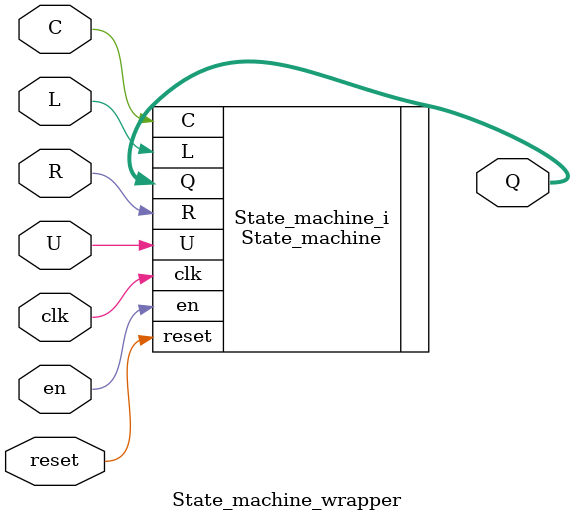
<source format=v>
`timescale 1 ps / 1 ps

module State_machine_wrapper
   (C,
    L,
    Q,
    R,
    U,
    clk,
    en,
    reset);
  input C;
  input L;
  output [1:0]Q;
  input R;
  input U;
  input clk;
  input en;
  input reset;

  wire C;
  wire L;
  wire [1:0]Q;
  wire R;
  wire U;
  wire clk;
  wire en;
  wire reset;

  State_machine State_machine_i
       (.C(C),
        .L(L),
        .Q(Q),
        .R(R),
        .U(U),
        .clk(clk),
        .en(en),
        .reset(reset));
endmodule

</source>
